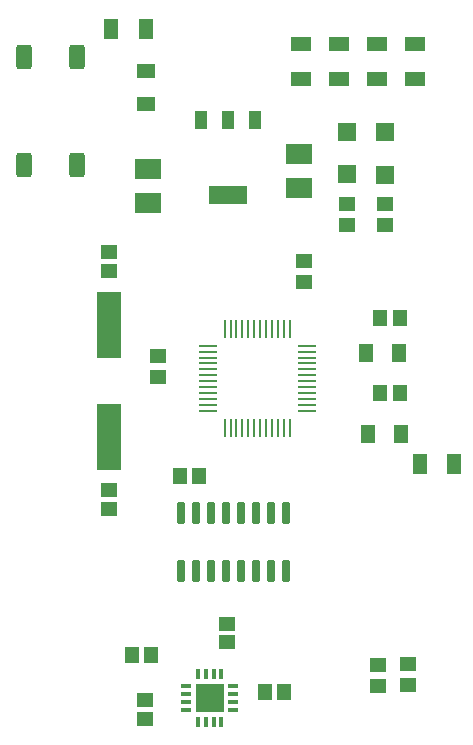
<source format=gtp>
G04*
G04 #@! TF.GenerationSoftware,Altium Limited,Altium Designer,19.0.15 (446)*
G04*
G04 Layer_Color=8421504*
%FSLAX25Y25*%
%MOIN*%
G70*
G01*
G75*
%ADD18R,0.05512X0.04918*%
%ADD19R,0.05512X0.05118*%
%ADD20R,0.08268X0.22047*%
G04:AMPARAMS|DCode=21|XSize=74.8mil|YSize=23.62mil|CornerRadius=2.95mil|HoleSize=0mil|Usage=FLASHONLY|Rotation=90.000|XOffset=0mil|YOffset=0mil|HoleType=Round|Shape=RoundedRectangle|*
%AMROUNDEDRECTD21*
21,1,0.07480,0.01772,0,0,90.0*
21,1,0.06890,0.02362,0,0,90.0*
1,1,0.00591,0.00886,0.03445*
1,1,0.00591,0.00886,-0.03445*
1,1,0.00591,-0.00886,-0.03445*
1,1,0.00591,-0.00886,0.03445*
%
%ADD21ROUNDEDRECTD21*%
%ADD22R,0.05118X0.05512*%
%ADD23R,0.05315X0.04528*%
%ADD24R,0.04528X0.05315*%
%ADD25R,0.04724X0.06496*%
%ADD26R,0.05118X0.07087*%
G04:AMPARAMS|DCode=27|XSize=9mil|YSize=61.42mil|CornerRadius=2.25mil|HoleSize=0mil|Usage=FLASHONLY|Rotation=90.000|XOffset=0mil|YOffset=0mil|HoleType=Round|Shape=RoundedRectangle|*
%AMROUNDEDRECTD27*
21,1,0.00900,0.05692,0,0,90.0*
21,1,0.00450,0.06142,0,0,90.0*
1,1,0.00450,0.02846,0.00225*
1,1,0.00450,0.02846,-0.00225*
1,1,0.00450,-0.02846,-0.00225*
1,1,0.00450,-0.02846,0.00225*
%
%ADD27ROUNDEDRECTD27*%
G04:AMPARAMS|DCode=28|XSize=9mil|YSize=61.42mil|CornerRadius=2.25mil|HoleSize=0mil|Usage=FLASHONLY|Rotation=0.000|XOffset=0mil|YOffset=0mil|HoleType=Round|Shape=RoundedRectangle|*
%AMROUNDEDRECTD28*
21,1,0.00900,0.05692,0,0,0.0*
21,1,0.00450,0.06142,0,0,0.0*
1,1,0.00450,0.00225,-0.02846*
1,1,0.00450,-0.00225,-0.02846*
1,1,0.00450,-0.00225,0.02846*
1,1,0.00450,0.00225,0.02846*
%
%ADD28ROUNDEDRECTD28*%
%ADD29R,0.06299X0.05906*%
%ADD30R,0.06496X0.04724*%
G04:AMPARAMS|DCode=31|XSize=55.12mil|YSize=82.68mil|CornerRadius=13.78mil|HoleSize=0mil|Usage=FLASHONLY|Rotation=180.000|XOffset=0mil|YOffset=0mil|HoleType=Round|Shape=RoundedRectangle|*
%AMROUNDEDRECTD31*
21,1,0.05512,0.05512,0,0,180.0*
21,1,0.02756,0.08268,0,0,180.0*
1,1,0.02756,-0.01378,0.02756*
1,1,0.02756,0.01378,0.02756*
1,1,0.02756,0.01378,-0.02756*
1,1,0.02756,-0.01378,-0.02756*
%
%ADD31ROUNDEDRECTD31*%
%ADD32R,0.08780X0.07087*%
%ADD33R,0.12900X0.05900*%
%ADD34R,0.03900X0.05900*%
%ADD35R,0.09600X0.09600*%
%ADD36R,0.03800X0.01200*%
%ADD37R,0.01200X0.03800*%
%ADD38R,0.07087X0.05118*%
D18*
X157000Y391740D02*
D03*
D19*
Y398039D02*
D03*
X169000Y248650D02*
D03*
Y242350D02*
D03*
X196240Y274150D02*
D03*
Y267850D02*
D03*
X157000Y312500D02*
D03*
Y318799D02*
D03*
D20*
Y373748D02*
D03*
Y336347D02*
D03*
D21*
X181000Y311000D02*
D03*
X186000D02*
D03*
X191000D02*
D03*
X196000D02*
D03*
X201000D02*
D03*
X206000D02*
D03*
X211000D02*
D03*
X216000D02*
D03*
Y291669D02*
D03*
X211000D02*
D03*
X206000D02*
D03*
X201000D02*
D03*
X196000D02*
D03*
X191000D02*
D03*
X186000D02*
D03*
X181000D02*
D03*
D22*
X164701Y263740D02*
D03*
X171000D02*
D03*
X215299Y251500D02*
D03*
X209000D02*
D03*
X186846Y323363D02*
D03*
X180547D02*
D03*
D23*
X222047Y394890D02*
D03*
Y388000D02*
D03*
X249000Y414000D02*
D03*
Y407110D02*
D03*
X236500Y414000D02*
D03*
Y407110D02*
D03*
X256790Y253755D02*
D03*
Y260645D02*
D03*
X246833Y253310D02*
D03*
Y260200D02*
D03*
X173200Y356455D02*
D03*
Y363345D02*
D03*
D24*
X247210Y351076D02*
D03*
X254100D02*
D03*
X247210Y376000D02*
D03*
X254100D02*
D03*
D25*
X243388Y337400D02*
D03*
X254412D02*
D03*
X242683Y364424D02*
D03*
X253706D02*
D03*
D26*
X260683Y327500D02*
D03*
X272100D02*
D03*
X169209Y472500D02*
D03*
X157791D02*
D03*
D27*
X189933Y366783D02*
D03*
Y364815D02*
D03*
Y362846D02*
D03*
Y360878D02*
D03*
Y358910D02*
D03*
Y356941D02*
D03*
Y354972D02*
D03*
Y353004D02*
D03*
Y351035D02*
D03*
Y349067D02*
D03*
Y347098D02*
D03*
Y345130D02*
D03*
X222847D02*
D03*
Y347098D02*
D03*
Y349067D02*
D03*
Y351035D02*
D03*
Y353004D02*
D03*
Y354972D02*
D03*
Y356941D02*
D03*
Y358910D02*
D03*
Y360878D02*
D03*
Y362846D02*
D03*
Y364815D02*
D03*
Y366783D02*
D03*
D28*
X195563Y339500D02*
D03*
X197531D02*
D03*
X199500D02*
D03*
X201468D02*
D03*
X203437D02*
D03*
X205405D02*
D03*
X207374D02*
D03*
X209343D02*
D03*
X211311D02*
D03*
X213280D02*
D03*
X215248D02*
D03*
X217216D02*
D03*
Y372413D02*
D03*
X215248D02*
D03*
X213280D02*
D03*
X211311D02*
D03*
X209343D02*
D03*
X207374D02*
D03*
X205405D02*
D03*
X203437D02*
D03*
X201468D02*
D03*
X199500D02*
D03*
X197531D02*
D03*
X195563D02*
D03*
D29*
X236500Y423913D02*
D03*
Y438087D02*
D03*
X249000Y423827D02*
D03*
Y438000D02*
D03*
D30*
X169500Y458512D02*
D03*
Y447488D02*
D03*
D31*
X128784Y463000D02*
D03*
X146500D02*
D03*
Y427173D02*
D03*
X128784D02*
D03*
D32*
X170000Y425748D02*
D03*
Y414252D02*
D03*
X220500Y430748D02*
D03*
Y419252D02*
D03*
D33*
X196673Y417100D02*
D03*
D34*
Y441900D02*
D03*
X205723D02*
D03*
X187623D02*
D03*
D35*
X190650Y249346D02*
D03*
D36*
X182800Y245508D02*
D03*
Y248067D02*
D03*
Y250626D02*
D03*
Y253185D02*
D03*
X198500D02*
D03*
Y250626D02*
D03*
Y248067D02*
D03*
Y245508D02*
D03*
D37*
X186811Y257196D02*
D03*
X189371D02*
D03*
X191929D02*
D03*
X194489D02*
D03*
Y241496D02*
D03*
X191929D02*
D03*
X189371D02*
D03*
X186811D02*
D03*
D38*
X259000Y467209D02*
D03*
Y455791D02*
D03*
X246333Y467209D02*
D03*
Y455791D02*
D03*
X233667Y467209D02*
D03*
Y455791D02*
D03*
X221000Y467209D02*
D03*
Y455791D02*
D03*
M02*

</source>
